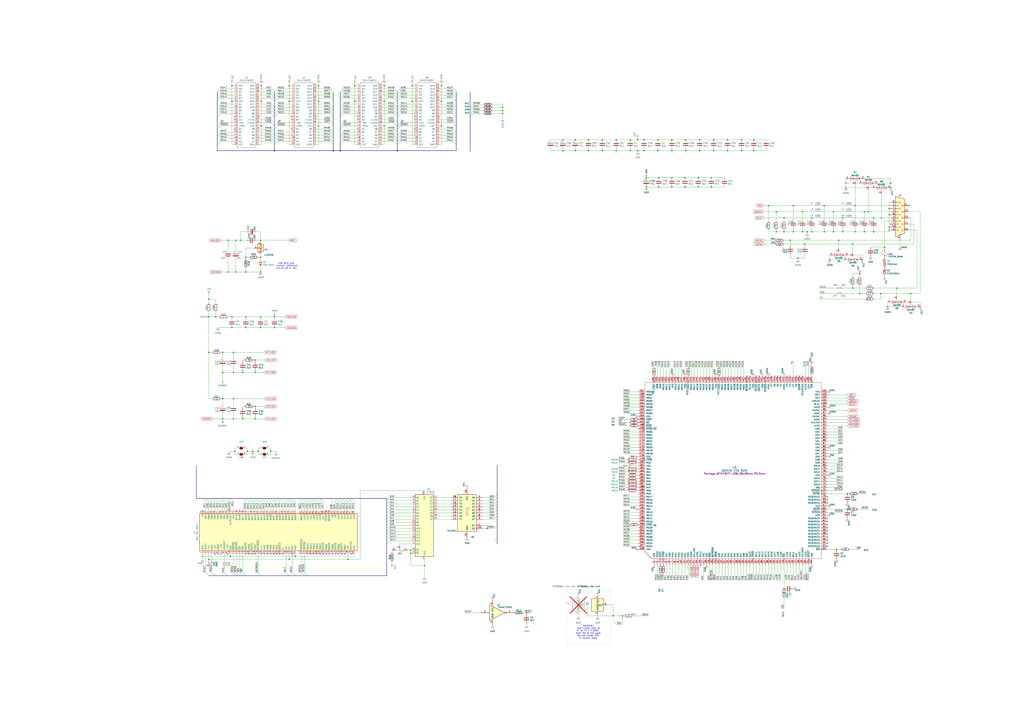
<source format=kicad_sch>
(kicad_sch
	(version 20250114)
	(generator "eeschema")
	(generator_version "9.0")
	(uuid "4a1fd320-e82a-408b-bd41-eddf9c8578fa")
	(paper "A1")
	(title_block
		(title "EOS GD-5434 ISA Video Card")
		(date "2025-09-13")
		(rev "0.7")
		(company "Alexander Petrov")
	)
	
	(text "Optional.\nUse crystal (one of\nY1 or Y1') if BOSC \nfrom ISA is not used.\nDo not install R31\nif crystal used."
		(exclude_from_sim no)
		(at 483.235 519.43 0)
		(effects
			(font
				(size 1.27 1.27)
			)
		)
		(uuid "b2444af4-2f06-413a-ac0e-598b067ebd64")
	)
	(text "Use only one \ncurrent-reference\ncircuit U5 or U5'."
		(exclude_from_sim no)
		(at 235.585 218.44 0)
		(effects
			(font
				(size 1.27 1.27)
			)
		)
		(uuid "d6cc2038-e45e-4ab8-8e95-20b0330c32c7")
	)
	(junction
		(at 189.23 457.2)
		(diameter 0)
		(color 0 0 0 0)
		(uuid "0187054e-dc64-441f-be06-bce37dffeb76")
	)
	(junction
		(at 655.32 212.09)
		(diameter 0)
		(color 0 0 0 0)
		(uuid "0292c081-2414-48b2-b556-7eea6581894c")
	)
	(junction
		(at 706.12 224.79)
		(diameter 0)
		(color 0 0 0 0)
		(uuid "029990c6-1508-4c98-a709-083e09af9d59")
	)
	(junction
		(at 209.55 334.01)
		(diameter 0)
		(color 0 0 0 0)
		(uuid "03d1fda2-a03c-4f28-b944-6d8102c87613")
	)
	(junction
		(at 337.185 452.12)
		(diameter 0)
		(color 0 0 0 0)
		(uuid "03e7cb55-61f1-4464-9503-ca6c2676631b")
	)
	(junction
		(at 648.97 197.485)
		(diameter 0)
		(color 0 0 0 0)
		(uuid "04758a1a-ea8e-4f09-97c0-53bc9f557970")
	)
	(junction
		(at 209.55 295.91)
		(diameter 0)
		(color 0 0 0 0)
		(uuid "0523cecc-f0c3-479f-bf9b-e1870bea1a81")
	)
	(junction
		(at 237.49 459.74)
		(diameter 0)
		(color 0 0 0 0)
		(uuid "05b2ff9d-3c55-4117-bd2e-6e0e62ca01ee")
	)
	(junction
		(at 608.965 123.825)
		(diameter 0)
		(color 0 0 0 0)
		(uuid "05fdd3d0-2dae-408e-b8c5-e37a5aa66121")
	)
	(junction
		(at 472.44 114.935)
		(diameter 0)
		(color 0 0 0 0)
		(uuid "08913714-20d4-4bd8-84d2-3b13d3de02ff")
	)
	(junction
		(at 199.39 306.07)
		(diameter 0)
		(color 0 0 0 0)
		(uuid "09b8f961-016a-4dd9-8a41-26236a46fa81")
	)
	(junction
		(at 702.31 190.5)
		(diameter 0)
		(color 0 0 0 0)
		(uuid "0a13acd6-0984-45b8-a8a1-d671f0d15d0b")
	)
	(junction
		(at 362.585 83.185)
		(diameter 0)
		(color 0 0 0 0)
		(uuid "0bf193ff-8aa7-4824-aa54-9f2e5d192b59")
	)
	(junction
		(at 171.45 245.745)
		(diameter 0)
		(color 0 0 0 0)
		(uuid "0c596f38-753c-4c5d-a53b-54702ff51335")
	)
	(junction
		(at 190.5 260.35)
		(diameter 0)
		(color 0 0 0 0)
		(uuid "0d266830-5f8d-43a2-b869-b5d2cac8237d")
	)
	(junction
		(at 213.995 211.455)
		(diameter 0)
		(color 0 0 0 0)
		(uuid "0db8a95c-7935-4766-94ba-dc010919a89f")
	)
	(junction
		(at 201.93 223.52)
		(diameter 0)
		(color 0 0 0 0)
		(uuid "0e7d6fc4-65fa-4769-abb0-8a841d47f9c9")
	)
	(junction
		(at 193.675 223.52)
		(diameter 0)
		(color 0 0 0 0)
		(uuid "0fcb1f3f-cf81-440d-8bc7-96938e29ced3")
	)
	(junction
		(at 709.93 173.99)
		(diameter 0)
		(color 0 0 0 0)
		(uuid "134ca02f-4492-4752-a26d-a621c078556f")
	)
	(junction
		(at 285.75 459.74)
		(diameter 0)
		(color 0 0 0 0)
		(uuid "142ac170-3690-49b8-8271-c858018e9e1a")
	)
	(junction
		(at 213.995 269.24)
		(diameter 0)
		(color 0 0 0 0)
		(uuid "145538ac-2060-4e0a-8b5a-8d281bfd172e")
	)
	(junction
		(at 432.435 503.555)
		(diameter 0)
		(color 0 0 0 0)
		(uuid "15e36513-a7bd-4c2f-baf6-41775eec1d2f")
	)
	(junction
		(at 551.815 123.825)
		(diameter 0)
		(color 0 0 0 0)
		(uuid "17519989-103b-4428-bd26-34653d3cb047")
	)
	(junction
		(at 201.93 211.455)
		(diameter 0)
		(color 0 0 0 0)
		(uuid "17e9e2a9-b6b1-4679-8ba9-8ff770d0c6a5")
	)
	(junction
		(at 201.93 269.24)
		(diameter 0)
		(color 0 0 0 0)
		(uuid "1a0e26c4-bfdf-4cc3-8e71-392cc79ec441")
	)
	(junction
		(at 643.89 190.5)
		(diameter 0)
		(color 0 0 0 0)
		(uuid "1a37ffc3-95ea-4992-bb85-a312d91602aa")
	)
	(junction
		(at 586.105 123.825)
		(diameter 0)
		(color 0 0 0 0)
		(uuid "1be4699f-2755-407c-bfd5-eeb82f8c3e40")
	)
	(junction
		(at 688.975 197.485)
		(diameter 0)
		(color 0 0 0 0)
		(uuid "1cff7eb8-279e-49f8-a518-fd93fd46fa16")
	)
	(junction
		(at 643.89 483.87)
		(diameter 0)
		(color 0 0 0 0)
		(uuid "1dc070de-71b7-46df-9561-ecbf821bac98")
	)
	(junction
		(at 199.39 344.17)
		(diameter 0)
		(color 0 0 0 0)
		(uuid "1ed878d7-598d-41f1-9a51-a1d4535f7a89")
	)
	(junction
		(at 586.105 114.935)
		(diameter 0)
		(color 0 0 0 0)
		(uuid "1fe10248-b808-40f9-ace9-9a551a1e4591")
	)
	(junction
		(at 237.49 70.485)
		(diameter 0)
		(color 0 0 0 0)
		(uuid "204ffd06-78ba-4ebb-b147-893c1053d186")
	)
	(junction
		(at 730.25 189.23)
		(diameter 0)
		(color 0 0 0 0)
		(uuid "2067da93-b9d6-4c69-b37e-1a25000a638b")
	)
	(junction
		(at 666.75 179.07)
		(diameter 0)
		(color 0 0 0 0)
		(uuid "21de7ab6-05b0-4062-b653-a1fa7b83f5d3")
	)
	(junction
		(at 530.86 146.05)
		(diameter 0)
		(color 0 0 0 0)
		(uuid "2312b632-7e4a-4c65-b31a-18341dc62037")
	)
	(junction
		(at 551.815 153.67)
		(diameter 0)
		(color 0 0 0 0)
		(uuid "253bd96d-1d20-4ad6-8499-3c64e5e0a890")
	)
	(junction
		(at 730.25 186.69)
		(diameter 0)
		(color 0 0 0 0)
		(uuid "25f9b24d-9887-40ac-9f74-77e197b443fb")
	)
	(junction
		(at 637.54 190.5)
		(diameter 0)
		(color 0 0 0 0)
		(uuid "269e4948-4ad4-4a0d-89f8-5e392b62106b")
	)
	(junction
		(at 214.63 103.505)
		(diameter 0)
		(color 0 0 0 0)
		(uuid "26b93d93-f3ee-4792-ba95-7636623544d1")
	)
	(junction
		(at 182.88 289.56)
		(diameter 0)
		(color 0 0 0 0)
		(uuid "274b437c-4542-408d-a819-266b8f4ccc6f")
	)
	(junction
		(at 709.93 190.5)
		(diameter 0)
		(color 0 0 0 0)
		(uuid "2a6ea6d2-5c19-4e8d-b6ee-91f23978498e")
	)
	(junction
		(at 315.595 83.185)
		(diameter 0)
		(color 0 0 0 0)
		(uuid "2aa9b85a-4c7f-430c-8c12-d96ce99555d9")
	)
	(junction
		(at 717.55 179.07)
		(diameter 0)
		(color 0 0 0 0)
		(uuid "2b16ba0c-9680-4eff-9cc7-534202910910")
	)
	(junction
		(at 214.63 70.485)
		(diameter 0)
		(color 0 0 0 0)
		(uuid "2bb9b394-4df4-46bd-8581-9412acb7167c")
	)
	(junction
		(at 171.45 260.35)
		(diameter 0)
		(color 0 0 0 0)
		(uuid "2d38fb27-824d-47a3-823b-3c4b752aa4fe")
	)
	(junction
		(at 209.55 306.07)
		(diameter 0)
		(color 0 0 0 0)
		(uuid "2f70865d-52c2-4d66-b484-3d4069d3b202")
	)
	(junction
		(at 692.15 190.5)
		(diameter 0)
		(color 0 0 0 0)
		(uuid "2fb68136-169b-4eea-8b17-035816a377cf")
	)
	(junction
		(at 563.245 114.935)
		(diameter 0)
		(color 0 0 0 0)
		(uuid "351512df-9b5b-4eba-bec1-fac92a26ea25")
	)
	(junction
		(at 523.875 114.935)
		(diameter 0)
		(color 0 0 0 0)
		(uuid "353fa08c-ddce-4254-a4bb-a9d06f1207fb")
	)
	(junction
		(at 619.125 114.935)
		(diameter 0)
		(color 0 0 0 0)
		(uuid "385dafa0-ccd5-4e4f-b297-711ac02f8aa1")
	)
	(junction
		(at 597.535 114.935)
		(diameter 0)
		(color 0 0 0 0)
		(uuid "38b3dd33-db2e-4ec2-90b5-45b81be63bb0")
	)
	(junction
		(at 462.28 123.825)
		(diameter 0)
		(color 0 0 0 0)
		(uuid "39c926a0-02a9-47bf-92a4-c837bb688f3d")
	)
	(junction
		(at 412.75 90.805)
		(diameter 0)
		(color 0 0 0 0)
		(uuid "3abc164c-0f4f-4147-91eb-18f923044db7")
	)
	(junction
		(at 631.19 168.91)
		(diameter 0)
		(color 0 0 0 0)
		(uuid "3ad194b9-569b-4428-91ab-452e616b6797")
	)
	(junction
		(at 736.6 236.855)
		(diameter 0)
		(color 0 0 0 0)
		(uuid "3d060ef4-3b4a-43b3-877e-dd9b73030c3a")
	)
	(junction
		(at 213.995 260.35)
		(diameter 0)
		(color 0 0 0 0)
		(uuid "3d637420-501a-405f-bfd0-166f751be3de")
	)
	(junction
		(at 726.44 203.2)
		(diameter 0)
		(color 0 0 0 0)
		(uuid "3eb3b7f7-8fba-40d3-9fbf-81565481ad1c")
	)
	(junction
		(at 225.425 260.35)
		(diameter 0)
		(color 0 0 0 0)
		(uuid "4189cb18-ef9a-4dc3-b681-8f76d7fbec57")
	)
	(junction
		(at 462.28 114.935)
		(diameter 0)
		(color 0 0 0 0)
		(uuid "41e194de-f447-4cb5-889d-5e81433412d5")
	)
	(junction
		(at 731.52 154.305)
		(diameter 0)
		(color 0 0 0 0)
		(uuid "42f9a945-a89a-487c-8012-94b6ec8216f7")
	)
	(junction
		(at 166.37 457.2)
		(diameter 0)
		(color 0 0 0 0)
		(uuid "434ab4ce-e8dc-48dc-bd5c-c6d30b0d34d2")
	)
	(junction
		(at 723.265 241.3)
		(diameter 0)
		(color 0 0 0 0)
		(uuid "46358549-379c-4d1d-9028-3e4c18488c2a")
	)
	(junction
		(at 695.96 418.465)
		(diameter 0)
		(color 0 0 0 0)
		(uuid "471b4a7f-f0c1-400a-a56b-4a1ee4fe7338")
	)
	(junction
		(at 730.25 171.45)
		(diameter 0)
		(color 0 0 0 0)
		(uuid "489c9e4a-3f84-407c-9c34-830f7b2c21ed")
	)
	(junction
		(at 574.675 114.935)
		(diameter 0)
		(color 0 0 0 0)
		(uuid "48fda72f-d557-46f8-9989-f12f380ead51")
	)
	(junction
		(at 694.69 154.305)
		(diameter 0)
		(color 0 0 0 0)
		(uuid "499a2941-e6e5-4fc7-9d3b-bbea65e855be")
	)
	(junction
		(at 222.25 370.84)
		(diameter 0)
		(color 0 0 0 0)
		(uuid "4c1544b7-97d0-4a45-ab6b-429758051d30")
	)
	(junction
		(at 702.31 168.91)
		(diameter 0)
		(color 0 0 0 0)
		(uuid "4f7ca6bd-e3d0-43b3-a877-a11fefc4c01c")
	)
	(junction
		(at 541.02 153.67)
		(diameter 0)
		(color 0 0 0 0)
		(uuid "5079a427-eb63-4456-a78a-459713e70131")
	)
	(junction
		(at 584.2 146.05)
		(diameter 0)
		(color 0 0 0 0)
		(uuid "514167a5-bfcf-4ece-bce2-f4b27c60a5e7")
	)
	(junction
		(at 503.555 506.095)
		(diameter 0)
		(color 0 0 0 0)
		(uuid "5175bd23-f9ef-4c89-a732-30b0ef2ead4e")
	)
	(junction
		(at 528.955 114.935)
		(diameter 0)
		(color 0 0 0 0)
		(uuid "52138677-128d-4184-80e5-90eca116c082")
	)
	(junction
		(at 279.4 123.825)
		(diameter 0)
		(color 0 0 0 0)
		(uuid "54f2b234-d5aa-46a3-8466-9e6aae6da2b2")
	)
	(junction
		(at 659.13 173.99)
		(diameter 0)
		(color 0 0 0 0)
		(uuid "572c0e93-5df8-4c31-9418-49a78b86b8e9")
	)
	(junction
		(at 511.175 506.095)
		(diameter 0)
		(color 0 0 0 0)
		(uuid "57436be4-4a7e-4243-8c89-2e7b934227d5")
	)
	(junction
		(at 201.93 260.35)
		(diameter 0)
		(color 0 0 0 0)
		(uuid "57a076bd-a8b3-419f-96f2-dad1f92a30f2")
	)
	(junction
		(at 692.15 179.07)
		(diameter 0)
		(color 0 0 0 0)
		(uuid "58c7e6aa-3ed2-44ea-8e57-508522df6d8d")
	)
	(junction
		(at 637.54 173.99)
		(diameter 0)
		(color 0 0 0 0)
		(uuid "5a08a6ae-30ad-4cb8-a31c-9ccad745f51d")
	)
	(junction
		(at 684.53 190.5)
		(diameter 0)
		(color 0 0 0 0)
		(uuid "5cb6ace4-ca61-44b6-8d52-dafbb6d84bfb")
	)
	(junction
		(at 237.49 83.185)
		(diameter 0)
		(color 0 0 0 0)
		(uuid "5ce5f16f-6585-4af4-8012-84dac0947e05")
	)
	(junction
		(at 662.94 190.5)
		(diameter 0)
		(color 0 0 0 0)
		(uuid "61a218ac-d011-4bec-b5b3-4a8ea63de5c8")
	)
	(junction
		(at 651.51 190.5)
		(diameter 0)
		(color 0 0 0 0)
		(uuid "65ba1c94-62c7-434d-9352-0a1931c8cf63")
	)
	(junction
		(at 506.095 114.935)
		(diameter 0)
		(color 0 0 0 0)
		(uuid "661ec6e6-7918-4611-902e-2ddeebf1edc8")
	)
	(junction
		(at 700.405 236.855)
		(diameter 0)
		(color 0 0 0 0)
		(uuid "68633238-0a7b-4f25-8e30-67d306363db6")
	)
	(junction
		(at 755.65 252.095)
		(diameter 0)
		(color 0 0 0 0)
		(uuid "6987a99f-b156-4229-8b49-7763d345a375")
	)
	(junction
		(at 412.75 93.345)
		(diameter 0)
		(color 0 0 0 0)
		(uuid "69cc2c61-93f3-4b1b-9c2a-65760a369d5a")
	)
	(junction
		(at 261.62 103.505)
		(diameter 0)
		(color 0 0 0 0)
		(uuid "6a3290e0-4349-4b29-9649-03b1888e2744")
	)
	(junction
		(at 483.235 123.825)
		(diameter 0)
		(color 0 0 0 0)
		(uuid "6a50f321-51a2-4c5b-ad69-eb3c48f1fc40")
	)
	(junction
		(at 187.325 223.52)
		(diameter 0)
		(color 0 0 0 0)
		(uuid "6a68d2ec-b11d-4901-ada3-7709298e166b")
	)
	(junction
		(at 337.185 454.66)
		(diameter 0)
		(color 0 0 0 0)
		(uuid "6ac040f6-8cf3-4913-aa4d-e65a3abede14")
	)
	(junction
		(at 412.75 88.265)
		(diameter 0)
		(color 0 0 0 0)
		(uuid "6b10512d-6e90-43af-b051-114f16579572")
	)
	(junction
		(at 261.62 70.485)
		(diameter 0)
		(color 0 0 0 0)
		(uuid "700ac8d7-1d87-411c-ba80-a9d45b00eb3a")
	)
	(junction
		(at 608.965 114.935)
		(diameter 0)
		(color 0 0 0 0)
		(uuid "7022fe65-63f2-41aa-94c4-f4c5dd18c5d1")
	)
	(junction
		(at 203.2 370.84)
		(diameter 0)
		(color 0 0 0 0)
		(uuid "70374f98-8cfd-4964-9472-c489a3df7e38")
	)
	(junction
		(at 687.07 451.485)
		(diameter 0)
		(color 0 0 0 0)
		(uuid "7128cd83-5945-4741-b4df-4cbf8d01a635")
	)
	(junction
		(at 225.425 123.825)
		(diameter 0)
		(color 0 0 0 0)
		(uuid "74b4396d-d154-45ad-8505-29f78132f4b6")
	)
	(junction
		(at 212.09 370.84)
		(diameter 0)
		(color 0 0 0 0)
		(uuid "7564b637-5acb-4d22-8feb-9ed8dad36ec0")
	)
	(junction
		(at 472.44 123.825)
		(diameter 0)
		(color 0 0 0 0)
		(uuid "75d5cf86-61f5-40fb-9f73-087929e9439c")
	)
	(junction
		(at 748.03 241.3)
		(diameter 0)
		(color 0 0 0 0)
		(uuid "78b8e2aa-677b-4e69-9386-8a2f31ab8005")
	)
	(junction
		(at 551.815 114.935)
		(diameter 0)
		(color 0 0 0 0)
		(uuid "79ad72d7-65e6-4251-8048-3d8a422a8fd7")
	)
	(junction
		(at 326.39 123.825)
		(diameter 0)
		(color 0 0 0 0)
		(uuid "79d007d1-971f-4676-84ec-6c286d4ac0a0")
	)
	(junction
		(at 730.25 176.53)
		(diameter 0)
		(color 0 0 0 0)
		(uuid "7b5736b6-6ff3-49eb-8089-08fc320a7379")
	)
	(junction
		(at 573.405 153.67)
		(diameter 0)
		(color 0 0 0 0)
		(uuid "804da886-1b51-48f5-98cf-b4d1cee712ca")
	)
	(junction
		(at 643.89 179.07)
		(diameter 0)
		(color 0 0 0 0)
		(uuid "8142028d-c463-412b-993f-5fef111d6883")
	)
	(junction
		(at 182.88 344.17)
		(diameter 0)
		(color 0 0 0 0)
		(uuid "834866e3-9eb0-4df3-9389-ed1bd2fcfff4")
	)
	(junction
		(at 666.75 190.5)
		(diameter 0)
		(color 0 0 0 0)
		(uuid "85f640cf-45a6-43f0-91ef-ff2d3c94b173")
	)
	(junction
		(at 713.105 173.99)
		(diameter 0)
		(color 0 0 0 0)
		(uuid "88289862-cb62-4703-af6d-c041b131ec06")
	)
	(junction
		(at 171.45 459.74)
		(diameter 0)
		(color 0 0 0 0)
		(uuid "8acda848-ab69-4c77-b5fe-3e6217d6907a")
	)
	(junction
		(at 207.645 370.84)
		(diameter 0)
		(color 0 0 0 0)
		(uuid "8b50ff47-ee69-4646-a238-d9a7036bbbfa")
	)
	(junction
		(at 225.425 269.24)
		(diameter 0)
		(color 0 0 0 0)
		(uuid "8f0e5d14-e8a1-4451-b923-d7b7aa8f84e1")
	)
	(junction
		(at 191.77 289.56)
		(diameter 0)
		(color 0 0 0 0)
		(uuid "90e0007c-9b09-4d8c-8493-7eb0560921fd")
	)
	(junction
		(at 193.04 370.84)
		(diameter 0)
		(color 0 0 0 0)
		(uuid "93773374-e48f-4ef9-933a-60baff3dcb04")
	)
	(junction
		(at 517.525 114.935)
		(diameter 0)
		(color 0 0 0 0)
		(uuid "9448da02-cba4-4813-90d0-7951521b49a9")
	)
	(junction
		(at 706.12 241.3)
		(diameter 0)
		(color 0 0 0 0)
		(uuid "968aacd1-3fba-452d-b38e-517963e62c4b")
	)
	(junction
		(at 213.995 197.485)
		(diameter 0)
		(color 0 0 0 0)
		(uuid "980b89fd-acce-49fe-a166-c1310786a603")
	)
	(junction
		(at 242.57 457.2)
		(diameter 0)
		(color 0 0 0 0)
		(uuid "99d847ab-e304-49f0-b0fa-abf7dd4a7a96")
	)
	(junction
		(at 177.165 260.35)
		(diameter 0)
		(color 0 0 0 0)
		(uuid "9ab7fef7-33cd-4465-80c9-701faae8c68c")
	)
	(junction
		(at 651.51 168.91)
		(diameter 0)
		(color 0 0 0 0)
		(uuid "9e1a7275-c325-492b-9844-31ca164a9ad5")
	)
	(junction
		(at 676.91 168.91)
		(diameter 0)
		(color 0 0 0 0)
		(uuid "9eeaf640-2177-488a-a539-b6383d3c5a27")
	)
	(junction
		(at 700.405 200.66)
		(diameter 0)
		(color 0 0 0 0)
		(uuid "a00bf91e-9556-4036-bd44-c9fc1d037658")
	)
	(junction
		(at 528.955 123.825)
		(diameter 0)
		(color 0 0 0 0)
		(uuid "a06480ee-b0d0-4064-aae1-8b02f7b254ac")
	)
	(junction
		(at 597.535 123.825)
		(diameter 0)
		(color 0 0 0 0)
		(uuid "a0675a8f-8b99-4072-8e7c-a72ce0511433")
	)
	(junction
		(at 494.665 114.935)
		(diameter 0)
		(color 0 0 0 0)
		(uuid "a1d71b1c-b60f-4da7-a27c-4c7ccec76221")
	)
	(junction
		(at 338.455 70.485)
		(diameter 0)
		(color 0 0 0 0)
		(uuid "a282b8c2-7d2b-4cfa-936c-4be166f87e55")
	)
	(junction
		(at 362.585 103.505)
		(diameter 0)
		(color 0 0 0 0)
		(uuid "a4f8091e-3f76-46c1-a709-ba8207b20af3")
	)
	(junction
		(at 684.53 173.99)
		(diameter 0)
		(color 0 0 0 0)
		(uuid "a611d33c-ec85-4af2-982f-97fe0f58124b")
	)
	(junction
		(at 400.05 434.34)
		(diameter 0)
		(color 0 0 0 0)
		(uuid "a775d9f4-06b1-4f89-9757-990cc7a9cd6f")
	)
	(junction
		(at 551.815 146.05)
		(diameter 0)
		(color 0 0 0 0)
		(uuid "a7874691-2e23-4950-bbc1-239189c9f753")
	)
	(junction
		(at 191.77 306.07)
		(diameter 0)
		(color 0 0 0 0)
		(uuid "a8c75f71-5fde-4886-b1fe-984f984ce3c2")
	)
	(junction
		(at 187.325 197.485)
		(diameter 0)
		(color 0 0 0 0)
		(uuid "a94e6445-d4ba-4ddf-9ee3-4e45071fc4b1")
	)
	(junction
		(at 695.96 405.765)
		(diameter 0)
		(color 0 0 0 0)
		(uuid "b17d8df6-aa00-4e6b-9ee3-1dbf1b405ca6")
	)
	(junction
		(at 182.88 306.07)
		(diameter 0)
		(color 0 0 0 0)
		(uuid "b3a238d7-e4d1-46b4-b07b-bdd955fbb18e")
	)
	(junction
		(at 562.61 153.67)
		(diameter 0)
		(color 0 0 0 0)
		(uuid "b512a34a-a68f-4bc2-bcd9-e22fdf03e7a3")
	)
	(junction
		(at 483.235 114.935)
		(diameter 0)
		(color 0 0 0 0)
		(uuid "b5b3f534-1c9d-4d17-9f86-c718bfc64b46")
	)
	(junction
		(at 338.455 83.185)
		(diameter 0)
		(color 0 0 0 0)
		(uuid "b62f546f-dc63-4770-a029-6c244c108720")
	)
	(junction
		(at 540.385 123.825)
		(diameter 0)
		(color 0 0 0 0)
		(uuid "b7b66f27-39aa-46cc-a7ef-0a302b9f99e5")
	)
	(junction
		(at 659.13 190.5)
		(diameter 0)
		(color 0 0 0 0)
		(uuid "b7ec1ed7-9643-43d7-9d3c-58effc2cc096")
	)
	(junction
		(at 362.585 70.485)
		(diameter 0)
		(color 0 0 0 0)
		(uuid "bb27a714-b11a-469a-90b6-15c6b2f75247")
	)
	(junction
		(at 291.465 83.185)
		(diameter 0)
		(color 0 0 0 0)
		(uuid "bd4326ca-ac2e-4975-9865-55cc21d7e93f")
	)
	(junction
		(at 530.86 153.67)
		(diameter 0)
		(color 0 0 0 0)
		(uuid "be78a769-812d-41a4-b245-77c41803182f")
	)
	(junction
		(at 209.55 344.17)
		(diameter 0)
		(color 0 0 0 0)
		(uuid "bee417ac-3cd2-485d-a613-060771a4ad1d")
	)
	(junction
		(at 619.125 123.825)
		(diameter 0)
		(color 0 0 0 0)
		(uuid "c057755c-f154-4a43-92b2-f765e37c8665")
	)
	(junction
		(at 574.675 123.825)
		(diameter 0)
		(color 0 0 0 0)
		(uuid "c0bce121-2003-49d1-a3a6-7dab2947e556")
	)
	(junction
		(at 315.595 70.485)
		(diameter 0)
		(color 0 0 0 0)
		(uuid "c16f7598-b6bb-4c7f-9876-085ed35e9bf5")
	)
	(junction
		(at 717.55 190.5)
		(diameter 0)
		(color 0 0 0 0)
		(uuid "c370b5e2-b35f-4601-9154-b9e46418649d")
	)
	(junction
		(at 261.62 83.185)
		(diameter 0)
		(color 0 0 0 0)
		(uuid "c555b576-928d-4e05-9ea9-72a810ed69b2")
	)
	(junction
		(at 694.69 150.495)
		(diameter 0)
		(color 0 0 0 0)
		(uuid "c83f03e5-2d0f-42ed-bfd0-77f40b4ccfd2")
	)
	(junction
		(at 190.5 269.24)
		(diameter 0)
		(color 0 0 0 0)
		(uuid "c87a12a9-6b0c-4631-b662-bc9f4fd1248c")
	)
	(junction
		(at 708.025 213.36)
		(diameter 0)
		(color 0 0 0 0)
		(uuid "c9a297ec-d284-498b-9786-abca59854388")
	)
	(junction
		(at 190.5 70.485)
		(diameter 0)
		(color 0 0 0 0)
		(uuid "ca8b0d94-5cbe-4324-b217-9e0f807b2632")
	)
	(junction
		(at 494.665 123.825)
		(diameter 0)
		(color 0 0 0 0)
		(uuid "caca8e5d-906d-42df-aedf-2999ab85f022")
	)
	(junction
		(at 190.5 83.185)
		(diameter 0)
		(color 0 0 0 0)
		(uuid "d142ff06-b1ee-45f5-9314-f7cc57f1e36f")
	)
	(junction
		(at 197.485 197.485)
		(diameter 0)
		(color 0 0 0 0)
		(uuid "d51aa14c-25f0-4421-839c-46789c748aa0")
	)
	(junction
		(at 661.035 200.66)
		(diameter 0)
		(color 0 0 0 0)
		(uuid "d7ef2d8f-d2d4-4cb4-a9d8-1539c95fc6f9")
	)
	(junction
		(at 315.595 103.505)
		(diameter 0)
		(color 0 0 0 0)
		(uuid "d8ef6814-8207-4dea-ae5a-38f826777896")
	)
	(junction
		(at 182.88 327.66)
		(diameter 0)
		(color 0 0 0 0)
		(uuid "d9225c03-e5dd-4828-9ae3-3db4b87433b1")
	)
	(junction
		(at 681.355 213.36)
		(diameter 0)
		(color 0 0 0 0)
		(uuid "da2abc86-903b-4fbc-b3f8-0494b5bae07e")
	)
	(junction
		(at 728.98 252.095)
		(diameter 0)
		(color 0 0 0 0)
		(uuid "deef56e9-e36b-420b-8d7e-2da17ad1fba7")
	)
	(junction
		(at 273.685 123.825)
		(diameter 0)
		(color 0 0 0 0)
		(uuid "e113bca0-9fef-4aa8-8b03-7702352f60b8")
	)
	(junction
		(at 563.245 123.825)
		(diameter 0)
		(color 0 0 0 0)
		(uuid "e2d5ebf6-f420-4e74-b3a4-a68c172b8a9e")
	)
	(junction
		(at 214.63 83.185)
		(diameter 0)
		(color 0 0 0 0)
		(uuid "e33eca07-66cd-415d-b96a-fd47bb200ea2")
	)
	(junction
		(at 191.77 327.66)
		(diameter 0)
		(color 0 0 0 0)
		(uuid "e3b0a2fb-81ea-4534-9883-824dc1be85f4")
	)
	(junction
		(at 348.615 464.82)
		(diameter 0)
		(color 0 0 0 0)
		(uuid "e6085fe4-fe51-4426-8404-fe833f6d461c")
	)
	(junction
		(at 506.095 123.825)
		(diameter 0)
		(color 0 0 0 0)
		(uuid "e6544fce-6bd1-437c-93b8-3a77f52ffaa1")
	)
	(junction
		(at 676.91 190.5)
		(diameter 0)
		(color 0 0 0 0)
		(uuid "ebef9409-7857-4791-a4ba-c7821ed82c15")
	)
	(junction
		(at 573.405 146.05)
		(diameter 0)
		(color 0 0 0 0)
		(uuid "ec1695a0-975c-478f-a827-511ab4af62f4")
	)
	(junction
		(at 540.385 114.935)
		(diameter 0)
		(color 0 0 0 0)
		(uuid "f15bf0d0-7b84-462b-b9f7-7a26133923d5")
	)
	(junction
		(at 171.45 289.56)
		(diameter 0)
		(color 0 0 0 0)
		(uuid "f52d0567-8b71-4b16-a105-3f2a7eea5c29")
	)
	(junction
		(at 213.995 223.52)
		(diameter 0)
		(color 0 0 0 0)
		(uuid "f5c50bb1-b030-420c-9750-7a8e04438538")
	)
	(junction
		(at 517.525 123.825)
		(diameter 0)
		(color 0 0 0 0)
		(uuid "f688620c-bf24-49bc-a765-13bff4a9570e")
	)
	(junction
		(at 731.52 150.495)
		(diameter 0)
		(color 0 0 0 0)
		(uuid "f6b9b9b5-e616-4655-96fe-0783e1dd51fc")
	)
	(junction
		(at 191.77 344.17)
		(diameter 0)
		(color 0 0 0 0)
		(uuid "f7c54cdf-cd59-4e9e-beb3-6170d4caf1e3")
	)
	(junction
		(at 291.465 70.485)
		(diameter 0)
		(color 0 0 0 0)
		(uuid "f8d549f9-5bbd-4754-b3db-b9a2851f5f2c")
	)
	(junction
		(at 523.875 123.825)
		(diameter 0)
		(color 0 0 0 0)
		(uuid "fb976769-6c41-4a4d-bc6a-7d011982aba4")
	)
	(junction
		(at 584.2 153.67)
		(diameter 0)
		(color 0 0 0 0)
		(uuid "fbda80be-52e4-4225-9b4a-c4124a2d2a07")
	)
	(junction
		(at 541.02 146.05)
		(diameter 0)
		(color 0 0 0 0)
		(uuid "fc1d0b32-cda0-4749-9eba-392316f1ee9b")
	)
	(junction
		(at 723.9 179.07)
		(diameter 0)
		(color 0 0 0 0)
		(uuid "fcc90dae-34fd-4168-8fa6-925334588c0a")
	)
	(junction
		(at 193.675 197.485)
		(diameter 0)
		(color 0 0 0 0)
		(uuid "fd86af4d-ad50-4861-85d6-c1f64622fbc0")
	)
	(junction
		(at 562.61 146.05)
		(diameter 0)
		(color 0 0 0 0)
		(uuid "fe08fed8-712c-43e8-a818-6d8ef00fb1f9")
	)
	(no_connect
		(at 265.43 455.295)
		(uuid "05590cab-7a96-4bd5-be43-79793552d73a")
	)
	(no_connect
		(at 224.79 455.295)
		(uuid "06097f32-eb18-4ac0-b65f-0c6b6f95ec2c")
	)
	(no_connect
		(at 275.59 455.295)
		(uuid "0a2c2dc7-f0bf-4829-b9bb-a8ad4d7cdac4")
	)
	(no_connect
		(at 199.39 419.735)
		(uuid "11415f50-ab24-4f9f-a133-0e09f06e3b22")
	)
	(no_connect
		(at 194.31 419.735)
		(uuid "171609c5-0497-4915-8051-664d8f65e0f1")
	)
	(no_connect
		(at 240.03 455.295)
		(uuid "1988c41a-1147-4301-9a79-e05d55b9020b")
	)
	(no_connect
		(at 204.47 455.295)
		(uuid "19bfdba8-47f8-412f-8103-3f39b2927923")
	)
	(no_connect
		(at 654.05 309.245)
		(uuid "1f8d15da-81cb-4c32-a452-970d8515541c")
	)
	(no_connect
		(at 273.05 455.295)
		(uuid "1fada2f3-c0d5-47ed-bb18-874bee4cba2f")
	)
	(no_connect
		(at 641.35 309.245)
		(uuid "20d241c9-f7d3-4904-a9c5-0c343cfc2cc1")
	)
	(no_connect
		(at 288.29 455.295)
		(uuid "280b1471-8f17-49e3-8f2d-040c3115bd98")
	)
	(no_connect
		(at 267.97 455.295)
		(uuid "2860b613-9560-4484-89fe-77b966d2992d")
	)
	(no_connect
		(at 613.41 309.245)
		(uuid "28cfeb74-0a5e-4adc-9073-5248a9a426ad")
	)
	(no_connect
		(at 196.85 419.735)
		(uuid "2aee466a-e30c-4202-987c-676a0af5edf0")
	)
	(no_connect
		(at 575.31 464.185)
		(uuid "3a0b2502-e371-48cf-9db6-cca574295231")
	)
	(no_connect
		(at 280.67 455.295)
		(uuid "404570c5-1dec-40ea-a8b0-0f822d68895e")
	)
	(no_connect
		(at 638.81 309.245)
		(uuid "4324a0bd-f55b-4305-b0bf-b967fa4c33b0")
	)
	(no_connect
		(at 270.51 419.735)
		(uuid "439da68c-dbb5-4b0e-9245-b01c55c05352")
	)
	(no_connect
		(at 179.07 455.295)
		(uuid "498198aa-9f13-454f-b5bb-90040689216f")
	)
	(no_connect
		(at 262.89 455.295)
		(uuid "49a3b5ac-2e80-4dc5-a03e-05b0630830fd")
	)
	(no_connect
		(at 278.13 455.295)
		(uuid "5d524f8b-4ba0-4465-b778-e5f249fde12f")
	)
	(no_connect
		(at 623.57 309.245)
		(uuid "5ec652bd-0564-4b99-8be6-0c827122422f")
	)
	(no_connect
		(at 227.33 455.295)
		(uuid "69baa5aa-387d-46de-b856-9cd6f2288dbf")
	)
	(no_connect
		(at 283.21 455.295)
		(uuid "71cd4371-dca6-4d56-8cd9-d19781b4cabb")
	)
	(no_connect
		(at 621.03 309.245)
		(uuid "7f8fecb6-38c2-4eee-9460-fff37c2f1248")
	)
	(no_connect
		(at 257.81 455.295)
		(uuid "844b78f0-5d33-4062-9bbd-f57a81b0c98b")
	)
	(no_connect
		(at 229.87 455.295)
		(uuid "867ad2f9-79a6-4fa1-8480-a6de626a1b10")
	)
	(no_connect
		(at 201.93 455.295)
		(uuid "8a89e39e-3117-4622-be30-03b2a8ea618d")
	)
	(no_connect
		(at 209.55 455.295)
		(uuid "8cc7ffb7-f224-4619-9387-be51f1e05549")
	)
	(no_connect
		(at 524.51 352.425)
		(uuid "903367cc-f1f4-4699-9b50-047e9a740730")
	)
	(no_connect
		(at 252.73 455.295)
		(uuid "93aa0935-7d92-4200-a7fe-3f2d253b505f")
	)
	(no_connect
		(at 176.53 455.295)
		(uuid "9f5
... [536376 chars truncated]
</source>
